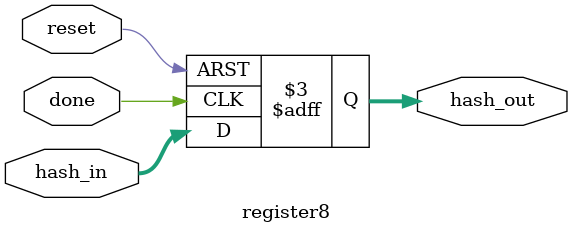
<source format=v>
module register8(done, reset, hash_in, hash_out);

input done, reset;
input [255:0] hash_in;
output reg [255:0] hash_out =
{32'h6a09e667,
32'hbb67ae85,
32'h3c6ef372,
32'ha54ff53a,
32'h510e527f,
32'h9b05688c,
32'h1f83d9ab,
32'h5be0cd19};

always @(posedge done or posedge reset) begin
	if(reset) begin
	hash_out[31:0] <= 32'h5be0cd19;
	hash_out[63:32] <= 32'h1f83d9ab;
	hash_out[95:64] <= 32'h9b05688c;
	hash_out[127:96] <= 32'h510e527f;
	hash_out[159:128] <= 32'ha54ff53a;
	hash_out[191:160] <= 32'h3c6ef372;
	hash_out[223:192] <= 32'hbb67ae85;
	hash_out[255:224] <= 32'h6a09e667;
	end
	else
		hash_out <= hash_in;
	
end

endmodule
</source>
